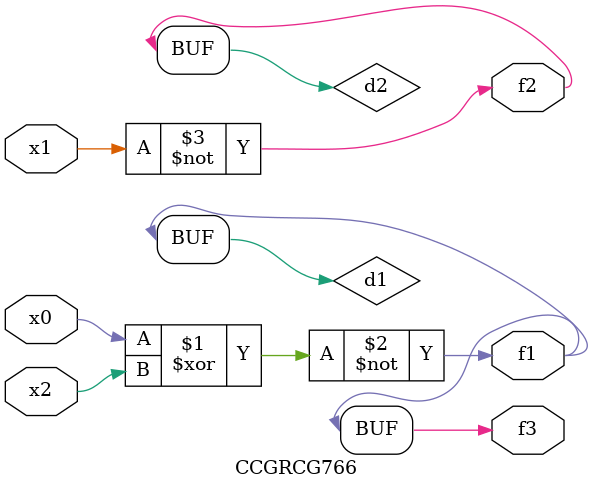
<source format=v>
module CCGRCG766(
	input x0, x1, x2,
	output f1, f2, f3
);

	wire d1, d2, d3;

	xnor (d1, x0, x2);
	nand (d2, x1);
	nor (d3, x1, x2);
	assign f1 = d1;
	assign f2 = d2;
	assign f3 = d1;
endmodule

</source>
